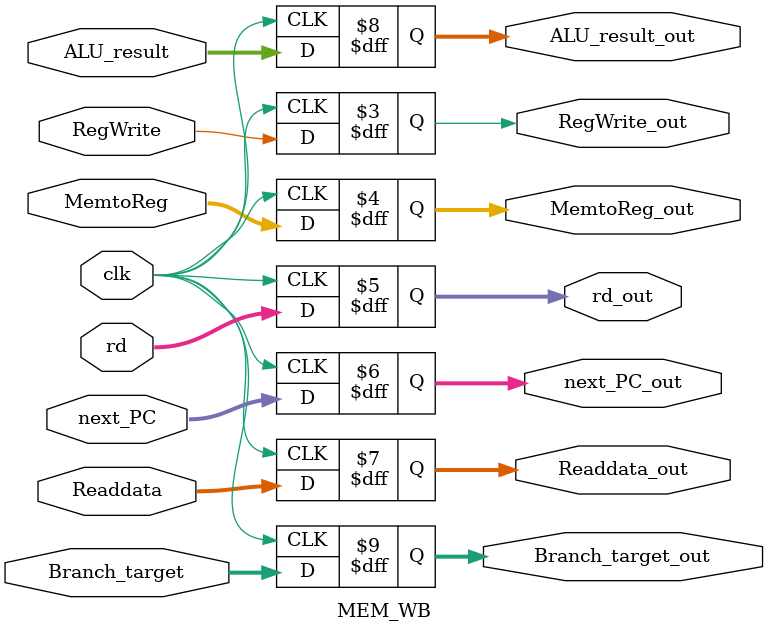
<source format=v>
`timescale 1ns / 1ps

module MEM_WB(clk, RegWrite, MemtoReg, next_PC, Readdata, ALU_result, rd, Branch_target,
RegWrite_out, MemtoReg_out, next_PC_out, Readdata_out, ALU_result_out, rd_out, Branch_target_out);
input clk, RegWrite;
input [1:0] MemtoReg;
input [4:0] rd;
input [31:0] next_PC, Readdata, ALU_result, Branch_target;
output reg RegWrite_out;
output reg [1:0] MemtoReg_out;
output reg [4:0] rd_out;
output reg [31:0] next_PC_out, Readdata_out, ALU_result_out, Branch_target_out;
initial begin
RegWrite_out <= 0;
MemtoReg_out <= 0;
rd_out <= 0;
next_PC_out <= 0;
Readdata_out <= 0;
ALU_result_out <= 0;
Branch_target_out <= 0;
end
always @(posedge clk) begin
RegWrite_out <= RegWrite;
MemtoReg_out <= MemtoReg;
rd_out <= rd;
next_PC_out <= next_PC;
Readdata_out <= Readdata;
ALU_result_out <= ALU_result;
Branch_target_out <= Branch_target;
end
endmodule

</source>
